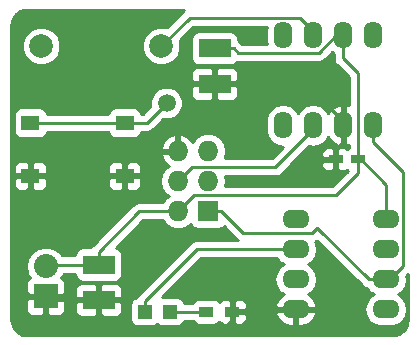
<source format=gbr>
G04 #@! TF.GenerationSoftware,KiCad,Pcbnew,(5.0.1)-4*
G04 #@! TF.CreationDate,2018-11-29T17:47:57-05:00*
G04 #@! TF.ProjectId,MagSpoofTC,4D616753706F6F6654432E6B69636164,1.0*
G04 #@! TF.SameCoordinates,Original*
G04 #@! TF.FileFunction,Copper,L1,Top,Signal*
G04 #@! TF.FilePolarity,Positive*
%FSLAX46Y46*%
G04 Gerber Fmt 4.6, Leading zero omitted, Abs format (unit mm)*
G04 Created by KiCad (PCBNEW (5.0.1)-4) date 11/29/2018 5:47:57 PM*
%MOMM*%
%LPD*%
G01*
G04 APERTURE LIST*
G04 #@! TA.AperFunction,ComponentPad*
%ADD10O,1.600000X2.300000*%
G04 #@! TD*
G04 #@! TA.AperFunction,SMDPad,CuDef*
%ADD11R,2.700000X1.600000*%
G04 #@! TD*
G04 #@! TA.AperFunction,ComponentPad*
%ADD12O,2.300000X1.600000*%
G04 #@! TD*
G04 #@! TA.AperFunction,ComponentPad*
%ADD13C,1.998980*%
G04 #@! TD*
G04 #@! TA.AperFunction,ComponentPad*
%ADD14R,2.032000X2.032000*%
G04 #@! TD*
G04 #@! TA.AperFunction,ComponentPad*
%ADD15O,2.032000X2.032000*%
G04 #@! TD*
G04 #@! TA.AperFunction,ComponentPad*
%ADD16R,1.727200X1.727200*%
G04 #@! TD*
G04 #@! TA.AperFunction,ComponentPad*
%ADD17O,1.727200X1.727200*%
G04 #@! TD*
G04 #@! TA.AperFunction,SMDPad,CuDef*
%ADD18R,1.549400X1.295400*%
G04 #@! TD*
G04 #@! TA.AperFunction,SMDPad,CuDef*
%ADD19R,1.198880X1.198880*%
G04 #@! TD*
G04 #@! TA.AperFunction,SMDPad,CuDef*
%ADD20R,1.200000X0.750000*%
G04 #@! TD*
G04 #@! TA.AperFunction,SMDPad,CuDef*
%ADD21R,1.200000X0.900000*%
G04 #@! TD*
G04 #@! TA.AperFunction,ViaPad*
%ADD22C,1.500000*%
G04 #@! TD*
G04 #@! TA.AperFunction,Conductor*
%ADD23C,0.280000*%
G04 #@! TD*
G04 #@! TA.AperFunction,Conductor*
%ADD24C,0.254000*%
G04 #@! TD*
G04 APERTURE END LIST*
D10*
G04 #@! TO.P,U1,1*
G04 #@! TO.N,Net-(U1-Pad1)*
X126700000Y-89500000D03*
G04 #@! TO.P,U1,2*
G04 #@! TO.N,/MOSI*
X129240000Y-89500000D03*
G04 #@! TO.P,U1,3*
G04 #@! TO.N,GND*
X131780000Y-89500000D03*
G04 #@! TO.P,U1,4*
G04 #@! TO.N,/MISO*
X134320000Y-89500000D03*
G04 #@! TO.P,U1,5*
G04 #@! TO.N,Net-(L1-Pad2)*
X134320000Y-81880000D03*
G04 #@! TO.P,U1,6*
G04 #@! TO.N,VCC*
X131780000Y-81880000D03*
G04 #@! TO.P,U1,7*
G04 #@! TO.N,Net-(L1-Pad1)*
X129240000Y-81880000D03*
G04 #@! TO.P,U1,8*
G04 #@! TO.N,Net-(U1-Pad8)*
X126700000Y-81880000D03*
G04 #@! TD*
D11*
G04 #@! TO.P,C1,1*
G04 #@! TO.N,VCC*
X111100000Y-101300000D03*
G04 #@! TO.P,C1,2*
G04 #@! TO.N,GND*
X111100000Y-104300000D03*
G04 #@! TD*
G04 #@! TO.P,C2,1*
G04 #@! TO.N,VCC*
X120900000Y-83000000D03*
G04 #@! TO.P,C2,2*
G04 #@! TO.N,GND*
X120900000Y-86000000D03*
G04 #@! TD*
D12*
G04 #@! TO.P,IC1,1*
G04 #@! TO.N,/RST*
X127780000Y-97470000D03*
G04 #@! TO.P,IC1,2*
G04 #@! TO.N,Net-(D1-Pad2)*
X127780000Y-100010000D03*
G04 #@! TO.P,IC1,3*
G04 #@! TO.N,Net-(IC1-Pad3)*
X127780000Y-102550000D03*
G04 #@! TO.P,IC1,4*
G04 #@! TO.N,GND*
X127780000Y-105090000D03*
G04 #@! TO.P,IC1,5*
G04 #@! TO.N,/MOSI*
X135400000Y-105090000D03*
G04 #@! TO.P,IC1,6*
G04 #@! TO.N,/MISO*
X135400000Y-102550000D03*
G04 #@! TO.P,IC1,7*
G04 #@! TO.N,/SCK*
X135400000Y-100010000D03*
G04 #@! TO.P,IC1,8*
G04 #@! TO.N,VCC*
X135400000Y-97470000D03*
G04 #@! TD*
D13*
G04 #@! TO.P,L1,1*
G04 #@! TO.N,Net-(L1-Pad1)*
X116380000Y-82800000D03*
G04 #@! TO.P,L1,2*
G04 #@! TO.N,Net-(L1-Pad2)*
X106220000Y-82800000D03*
G04 #@! TD*
D14*
G04 #@! TO.P,P1,1*
G04 #@! TO.N,GND*
X106600000Y-104000000D03*
D15*
G04 #@! TO.P,P1,2*
G04 #@! TO.N,VCC*
X106600000Y-101460000D03*
G04 #@! TD*
D16*
G04 #@! TO.P,P2,1*
G04 #@! TO.N,/MISO*
X120340000Y-96780000D03*
D17*
G04 #@! TO.P,P2,2*
G04 #@! TO.N,VCC*
X117800000Y-96780000D03*
G04 #@! TO.P,P2,3*
G04 #@! TO.N,/SCK*
X120340000Y-94240000D03*
G04 #@! TO.P,P2,4*
G04 #@! TO.N,/MOSI*
X117800000Y-94240000D03*
G04 #@! TO.P,P2,5*
G04 #@! TO.N,/RST*
X120340000Y-91700000D03*
G04 #@! TO.P,P2,6*
G04 #@! TO.N,GND*
X117800000Y-91700000D03*
G04 #@! TD*
D18*
G04 #@! TO.P,SW1,1*
G04 #@! TO.N,/SCK*
X105304080Y-89300000D03*
X113300000Y-89300000D03*
G04 #@! TO.P,SW1,2*
G04 #@! TO.N,GND*
X113300000Y-93795800D03*
X105304080Y-93795800D03*
G04 #@! TD*
D19*
G04 #@! TO.P,D1,2*
G04 #@! TO.N,Net-(D1-Pad2)*
X115001960Y-105300000D03*
G04 #@! TO.P,D1,1*
G04 #@! TO.N,Net-(D1-Pad1)*
X117100000Y-105300000D03*
G04 #@! TD*
D20*
G04 #@! TO.P,C3,1*
G04 #@! TO.N,VCC*
X133050000Y-92400000D03*
G04 #@! TO.P,C3,2*
G04 #@! TO.N,GND*
X131150000Y-92400000D03*
G04 #@! TD*
D21*
G04 #@! TO.P,R1,1*
G04 #@! TO.N,Net-(D1-Pad1)*
X120200000Y-105300000D03*
G04 #@! TO.P,R1,2*
G04 #@! TO.N,GND*
X122400000Y-105300000D03*
G04 #@! TD*
D22*
G04 #@! TO.N,/SCK*
X116840066Y-87630000D03*
G04 #@! TD*
D23*
G04 #@! TO.N,VCC*
X135400000Y-97470000D02*
X135400000Y-94525000D01*
X135400000Y-94525000D02*
X133275000Y-92400000D01*
X133275000Y-92400000D02*
X133050000Y-92400000D01*
X117800000Y-96780000D02*
X119136399Y-95443601D01*
X119136399Y-95443601D02*
X131156399Y-95443601D01*
X131156399Y-95443601D02*
X133050000Y-93550000D01*
X133050000Y-93550000D02*
X133050000Y-92400000D01*
X131780000Y-81880000D02*
X131780000Y-83842217D01*
X131780000Y-83842217D02*
X133050000Y-85112217D01*
X133050000Y-85112217D02*
X133050000Y-92400000D01*
X131780000Y-81880000D02*
X131202217Y-81880000D01*
X122530000Y-83000000D02*
X120900000Y-83000000D01*
X131202217Y-81880000D02*
X129712207Y-83370010D01*
X129712207Y-83370010D02*
X122900010Y-83370010D01*
X122900010Y-83370010D02*
X122530000Y-83000000D01*
X135750000Y-97470000D02*
X135400000Y-97470000D01*
X117800000Y-96780000D02*
X114540000Y-96780000D01*
X114540000Y-96780000D02*
X111100000Y-100220000D01*
X111100000Y-100220000D02*
X111100000Y-101300000D01*
X135400000Y-97470000D02*
X135050000Y-97470000D01*
X111100000Y-101300000D02*
X106760000Y-101300000D01*
X106760000Y-101300000D02*
X106600000Y-101460000D01*
G04 #@! TO.N,GND*
X131780000Y-89500000D02*
X131780000Y-90930000D01*
X131780000Y-90930000D02*
X131150000Y-91560000D01*
X131150000Y-91560000D02*
X131150000Y-92400000D01*
X122400000Y-105300000D02*
X122400000Y-106030000D01*
X122400000Y-106030000D02*
X121230000Y-107200000D01*
X121230000Y-107200000D02*
X112920000Y-107200000D01*
X112920000Y-107200000D02*
X111100000Y-105380000D01*
X111100000Y-105380000D02*
X111100000Y-104300000D01*
X120900000Y-86000000D02*
X128630000Y-86000000D01*
X128630000Y-86000000D02*
X131780000Y-89150000D01*
X131780000Y-89150000D02*
X131780000Y-89500000D01*
X104100000Y-95927580D02*
X104100000Y-102796000D01*
X104100000Y-102796000D02*
X105304000Y-104000000D01*
X105304000Y-104000000D02*
X106600000Y-104000000D01*
X105304080Y-93795800D02*
X105304080Y-94723500D01*
X105304080Y-94723500D02*
X104100000Y-95927580D01*
X105304080Y-93795800D02*
X113300000Y-93795800D01*
X122500000Y-105300000D02*
X122600000Y-105300000D01*
X120900000Y-86000000D02*
X120900000Y-87080000D01*
X120900000Y-87080000D02*
X117800000Y-90180000D01*
X117800000Y-90180000D02*
X117800000Y-91700000D01*
X113300000Y-93795800D02*
X113300000Y-92868100D01*
X113300000Y-92868100D02*
X114468100Y-91700000D01*
X114468100Y-91700000D02*
X116578686Y-91700000D01*
X116578686Y-91700000D02*
X117800000Y-91700000D01*
X111100000Y-104300000D02*
X106900000Y-104300000D01*
X106900000Y-104300000D02*
X106600000Y-104000000D01*
X127570000Y-105300000D02*
X127780000Y-105090000D01*
G04 #@! TO.N,Net-(D1-Pad1)*
X117100000Y-105300000D02*
X117979440Y-105300000D01*
X117979440Y-105300000D02*
X120200000Y-105300000D01*
G04 #@! TO.N,Net-(D1-Pad2)*
X127780000Y-100010000D02*
X119412520Y-100010000D01*
X119412520Y-100010000D02*
X115001960Y-104420560D01*
X115001960Y-104420560D02*
X115001960Y-105300000D01*
G04 #@! TO.N,/MOSI*
X129240000Y-89500000D02*
X129240000Y-89850000D01*
X129240000Y-89850000D02*
X126053601Y-93036399D01*
X119003601Y-93036399D02*
X118663599Y-93376401D01*
X126053601Y-93036399D02*
X119003601Y-93036399D01*
X118663599Y-93376401D02*
X117800000Y-94240000D01*
G04 #@! TO.N,/MISO*
X134320000Y-89500000D02*
X134320000Y-90930000D01*
X134320000Y-90930000D02*
X136890010Y-93500010D01*
X136890010Y-101409990D02*
X135750000Y-102550000D01*
X136890010Y-93500010D02*
X136890010Y-101409990D01*
X135750000Y-102550000D02*
X135400000Y-102550000D01*
X120340000Y-96780000D02*
X121483600Y-96780000D01*
X121483600Y-96780000D02*
X123313610Y-98610010D01*
X123313610Y-98610010D02*
X129189988Y-98610010D01*
X129189988Y-98610010D02*
X129609999Y-98189999D01*
X135400000Y-102550000D02*
X133970000Y-102550000D01*
X133970000Y-102550000D02*
X129609999Y-98189999D01*
G04 #@! TO.N,/SCK*
X105304080Y-89300000D02*
X106358780Y-89300000D01*
X106358780Y-89300000D02*
X113300000Y-89300000D01*
X113300000Y-89300000D02*
X115170066Y-89300000D01*
X116090067Y-88379999D02*
X116840066Y-87630000D01*
X115170066Y-89300000D02*
X116090067Y-88379999D01*
G04 #@! TO.N,Net-(L1-Pad1)*
X116380000Y-82800000D02*
X118790010Y-80389990D01*
X118790010Y-80389990D02*
X128099990Y-80389990D01*
X128099990Y-80389990D02*
X129240000Y-81530000D01*
X129240000Y-81530000D02*
X129240000Y-81880000D01*
G04 #@! TD*
D24*
G04 #@! TO.N,GND*
G36*
X118348004Y-79753244D02*
X118231266Y-79831246D01*
X118188029Y-79895955D01*
X116855985Y-81228000D01*
X116705120Y-81165510D01*
X116054880Y-81165510D01*
X115454136Y-81414346D01*
X114994346Y-81874136D01*
X114745510Y-82474880D01*
X114745510Y-83125120D01*
X114994346Y-83725864D01*
X115454136Y-84185654D01*
X116054880Y-84434490D01*
X116705120Y-84434490D01*
X117305864Y-84185654D01*
X117765654Y-83725864D01*
X118014490Y-83125120D01*
X118014490Y-82474880D01*
X117952000Y-82324015D01*
X119111026Y-81164990D01*
X125309492Y-81164990D01*
X125265000Y-81388668D01*
X125265000Y-82371333D01*
X125309492Y-82595010D01*
X123221025Y-82595010D01*
X123131983Y-82505968D01*
X123088744Y-82441256D01*
X122897440Y-82313431D01*
X122897440Y-82200000D01*
X122848157Y-81952235D01*
X122707809Y-81742191D01*
X122497765Y-81601843D01*
X122250000Y-81552560D01*
X119550000Y-81552560D01*
X119302235Y-81601843D01*
X119092191Y-81742191D01*
X118951843Y-81952235D01*
X118902560Y-82200000D01*
X118902560Y-83800000D01*
X118951843Y-84047765D01*
X119092191Y-84257809D01*
X119302235Y-84398157D01*
X119550000Y-84447440D01*
X122250000Y-84447440D01*
X122497765Y-84398157D01*
X122707809Y-84257809D01*
X122787931Y-84137899D01*
X122823680Y-84145010D01*
X122900009Y-84160193D01*
X122976338Y-84145010D01*
X129635877Y-84145010D01*
X129712207Y-84160193D01*
X129788537Y-84145010D01*
X130014597Y-84100044D01*
X130270951Y-83928754D01*
X130314190Y-83864042D01*
X130846271Y-83331961D01*
X131005001Y-83438021D01*
X131005001Y-83765882D01*
X130989817Y-83842217D01*
X131049966Y-84144606D01*
X131125606Y-84257809D01*
X131221257Y-84400961D01*
X131285966Y-84444198D01*
X132275000Y-85433233D01*
X132275000Y-87810213D01*
X132211819Y-87775633D01*
X132129039Y-87758096D01*
X131907000Y-87880085D01*
X131907000Y-89373000D01*
X131927000Y-89373000D01*
X131927000Y-89627000D01*
X131907000Y-89627000D01*
X131907000Y-91119915D01*
X132129039Y-91241904D01*
X132211819Y-91224367D01*
X132275001Y-91189787D01*
X132275001Y-91412369D01*
X132202235Y-91426843D01*
X132110898Y-91487873D01*
X132109698Y-91486673D01*
X131876309Y-91390000D01*
X131435750Y-91390000D01*
X131277000Y-91548750D01*
X131277000Y-92273000D01*
X131297000Y-92273000D01*
X131297000Y-92527000D01*
X131277000Y-92527000D01*
X131277000Y-93251250D01*
X131435750Y-93410000D01*
X131876309Y-93410000D01*
X132109698Y-93313327D01*
X132110898Y-93312127D01*
X132159429Y-93344555D01*
X130835384Y-94668601D01*
X121782705Y-94668601D01*
X121867959Y-94240000D01*
X121782705Y-93811399D01*
X125977271Y-93811399D01*
X126053601Y-93826582D01*
X126129931Y-93811399D01*
X126355991Y-93766433D01*
X126612345Y-93595143D01*
X126655584Y-93530431D01*
X127500265Y-92685750D01*
X129915000Y-92685750D01*
X129915000Y-92901310D01*
X130011673Y-93134699D01*
X130190302Y-93313327D01*
X130423691Y-93410000D01*
X130864250Y-93410000D01*
X131023000Y-93251250D01*
X131023000Y-92527000D01*
X130073750Y-92527000D01*
X129915000Y-92685750D01*
X127500265Y-92685750D01*
X128287325Y-91898690D01*
X129915000Y-91898690D01*
X129915000Y-92114250D01*
X130073750Y-92273000D01*
X131023000Y-92273000D01*
X131023000Y-91548750D01*
X130864250Y-91390000D01*
X130423691Y-91390000D01*
X130190302Y-91486673D01*
X130011673Y-91665301D01*
X129915000Y-91898690D01*
X128287325Y-91898690D01*
X128933808Y-91252207D01*
X129240000Y-91313113D01*
X129799909Y-91201740D01*
X130274577Y-90884577D01*
X130512499Y-90528501D01*
X130855104Y-90954500D01*
X131348181Y-91224367D01*
X131430961Y-91241904D01*
X131653000Y-91119915D01*
X131653000Y-89627000D01*
X131633000Y-89627000D01*
X131633000Y-89373000D01*
X131653000Y-89373000D01*
X131653000Y-87880085D01*
X131430961Y-87758096D01*
X131348181Y-87775633D01*
X130855104Y-88045500D01*
X130512499Y-88471499D01*
X130274576Y-88115423D01*
X129799908Y-87798260D01*
X129240000Y-87686887D01*
X128680091Y-87798260D01*
X128205423Y-88115424D01*
X127970000Y-88467759D01*
X127734576Y-88115423D01*
X127259908Y-87798260D01*
X126700000Y-87686887D01*
X126140091Y-87798260D01*
X125665423Y-88115424D01*
X125348260Y-88590092D01*
X125265000Y-89008668D01*
X125265000Y-89991333D01*
X125348260Y-90409909D01*
X125665424Y-90884577D01*
X126140092Y-91201740D01*
X126684045Y-91309939D01*
X125732586Y-92261399D01*
X121756290Y-92261399D01*
X121867959Y-91700000D01*
X121751650Y-91115275D01*
X121420430Y-90619570D01*
X120924725Y-90288350D01*
X120487598Y-90201400D01*
X120192402Y-90201400D01*
X119755275Y-90288350D01*
X119259570Y-90619570D01*
X119066963Y-90907826D01*
X118688490Y-90493179D01*
X118159027Y-90245032D01*
X117927000Y-90365531D01*
X117927000Y-91573000D01*
X117947000Y-91573000D01*
X117947000Y-91827000D01*
X117927000Y-91827000D01*
X117927000Y-91847000D01*
X117673000Y-91847000D01*
X117673000Y-91827000D01*
X116466183Y-91827000D01*
X116345042Y-92059026D01*
X116517312Y-92474947D01*
X116911510Y-92906821D01*
X117021021Y-92958146D01*
X116719570Y-93159570D01*
X116388350Y-93655275D01*
X116272041Y-94240000D01*
X116388350Y-94824725D01*
X116719570Y-95320430D01*
X117003281Y-95510000D01*
X116719570Y-95699570D01*
X116515488Y-96005000D01*
X114616330Y-96005000D01*
X114540000Y-95989817D01*
X114463670Y-96005000D01*
X114237610Y-96049966D01*
X113981256Y-96221256D01*
X113938019Y-96285965D01*
X110605968Y-99618017D01*
X110541256Y-99661256D01*
X110413431Y-99852560D01*
X109750000Y-99852560D01*
X109502235Y-99901843D01*
X109292191Y-100042191D01*
X109151843Y-100252235D01*
X109102560Y-100500000D01*
X109102560Y-100525000D01*
X107960894Y-100525000D01*
X107790305Y-100269695D01*
X107244188Y-99904792D01*
X106762609Y-99809000D01*
X106437391Y-99809000D01*
X105955812Y-99904792D01*
X105409695Y-100269695D01*
X105044792Y-100815812D01*
X104916655Y-101460000D01*
X105044792Y-102104188D01*
X105262416Y-102429886D01*
X105224302Y-102445673D01*
X105045673Y-102624301D01*
X104949000Y-102857690D01*
X104949000Y-103714250D01*
X105107750Y-103873000D01*
X106473000Y-103873000D01*
X106473000Y-103853000D01*
X106727000Y-103853000D01*
X106727000Y-103873000D01*
X108092250Y-103873000D01*
X108251000Y-103714250D01*
X108251000Y-103373691D01*
X109115000Y-103373691D01*
X109115000Y-104014250D01*
X109273750Y-104173000D01*
X110973000Y-104173000D01*
X110973000Y-103023750D01*
X111227000Y-103023750D01*
X111227000Y-104173000D01*
X112926250Y-104173000D01*
X113085000Y-104014250D01*
X113085000Y-103373691D01*
X112988327Y-103140302D01*
X112809699Y-102961673D01*
X112576310Y-102865000D01*
X111385750Y-102865000D01*
X111227000Y-103023750D01*
X110973000Y-103023750D01*
X110814250Y-102865000D01*
X109623690Y-102865000D01*
X109390301Y-102961673D01*
X109211673Y-103140302D01*
X109115000Y-103373691D01*
X108251000Y-103373691D01*
X108251000Y-102857690D01*
X108154327Y-102624301D01*
X107975698Y-102445673D01*
X107937584Y-102429886D01*
X108155208Y-102104188D01*
X108161014Y-102075000D01*
X109102560Y-102075000D01*
X109102560Y-102100000D01*
X109151843Y-102347765D01*
X109292191Y-102557809D01*
X109502235Y-102698157D01*
X109750000Y-102747440D01*
X112450000Y-102747440D01*
X112697765Y-102698157D01*
X112907809Y-102557809D01*
X113048157Y-102347765D01*
X113097440Y-102100000D01*
X113097440Y-100500000D01*
X113048157Y-100252235D01*
X112907809Y-100042191D01*
X112697765Y-99901843D01*
X112544632Y-99871383D01*
X114861016Y-97555000D01*
X116515488Y-97555000D01*
X116719570Y-97860430D01*
X117215275Y-98191650D01*
X117652402Y-98278600D01*
X117947598Y-98278600D01*
X118384725Y-98191650D01*
X118873068Y-97865349D01*
X118878243Y-97891365D01*
X119018591Y-98101409D01*
X119228635Y-98241757D01*
X119476400Y-98291040D01*
X121203600Y-98291040D01*
X121451365Y-98241757D01*
X121661409Y-98101409D01*
X121680469Y-98072884D01*
X122711629Y-99104045D01*
X122754866Y-99168754D01*
X122819575Y-99211991D01*
X122854010Y-99235000D01*
X119488850Y-99235000D01*
X119412520Y-99219817D01*
X119336190Y-99235000D01*
X119110130Y-99279966D01*
X118853776Y-99451256D01*
X118810539Y-99515965D01*
X114507928Y-103818577D01*
X114443216Y-103861816D01*
X114313853Y-104055423D01*
X114302037Y-104073107D01*
X114154755Y-104102403D01*
X113944711Y-104242751D01*
X113804363Y-104452795D01*
X113755080Y-104700560D01*
X113755080Y-105899440D01*
X113804363Y-106147205D01*
X113944711Y-106357249D01*
X114154755Y-106497597D01*
X114402520Y-106546880D01*
X115601400Y-106546880D01*
X115849165Y-106497597D01*
X116050980Y-106362747D01*
X116252795Y-106497597D01*
X116500560Y-106546880D01*
X117699440Y-106546880D01*
X117947205Y-106497597D01*
X118157249Y-106357249D01*
X118297597Y-106147205D01*
X118311959Y-106075000D01*
X119053450Y-106075000D01*
X119142191Y-106207809D01*
X119352235Y-106348157D01*
X119600000Y-106397440D01*
X120800000Y-106397440D01*
X121047765Y-106348157D01*
X121257809Y-106207809D01*
X121298654Y-106146680D01*
X121440302Y-106288327D01*
X121673691Y-106385000D01*
X122114250Y-106385000D01*
X122273000Y-106226250D01*
X122273000Y-105427000D01*
X122527000Y-105427000D01*
X122527000Y-106226250D01*
X122685750Y-106385000D01*
X123126309Y-106385000D01*
X123359698Y-106288327D01*
X123538327Y-106109699D01*
X123635000Y-105876310D01*
X123635000Y-105585750D01*
X123488289Y-105439039D01*
X126038096Y-105439039D01*
X126055633Y-105521819D01*
X126325500Y-106014896D01*
X126763517Y-106367166D01*
X127303000Y-106525000D01*
X127653000Y-106525000D01*
X127653000Y-105217000D01*
X127907000Y-105217000D01*
X127907000Y-106525000D01*
X128257000Y-106525000D01*
X128796483Y-106367166D01*
X129234500Y-106014896D01*
X129504367Y-105521819D01*
X129521904Y-105439039D01*
X129399915Y-105217000D01*
X127907000Y-105217000D01*
X127653000Y-105217000D01*
X126160085Y-105217000D01*
X126038096Y-105439039D01*
X123488289Y-105439039D01*
X123476250Y-105427000D01*
X122527000Y-105427000D01*
X122273000Y-105427000D01*
X122253000Y-105427000D01*
X122253000Y-105173000D01*
X122273000Y-105173000D01*
X122273000Y-104373750D01*
X122527000Y-104373750D01*
X122527000Y-105173000D01*
X123476250Y-105173000D01*
X123635000Y-105014250D01*
X123635000Y-104723690D01*
X123538327Y-104490301D01*
X123359698Y-104311673D01*
X123126309Y-104215000D01*
X122685750Y-104215000D01*
X122527000Y-104373750D01*
X122273000Y-104373750D01*
X122114250Y-104215000D01*
X121673691Y-104215000D01*
X121440302Y-104311673D01*
X121298654Y-104453320D01*
X121257809Y-104392191D01*
X121047765Y-104251843D01*
X120800000Y-104202560D01*
X119600000Y-104202560D01*
X119352235Y-104251843D01*
X119142191Y-104392191D01*
X119053450Y-104525000D01*
X118311959Y-104525000D01*
X118297597Y-104452795D01*
X118157249Y-104242751D01*
X117947205Y-104102403D01*
X117699440Y-104053120D01*
X116500560Y-104053120D01*
X116456689Y-104061846D01*
X119733536Y-100785000D01*
X126221979Y-100785000D01*
X126395423Y-101044577D01*
X126747758Y-101280000D01*
X126395423Y-101515423D01*
X126078260Y-101990091D01*
X125966887Y-102550000D01*
X126078260Y-103109909D01*
X126395423Y-103584577D01*
X126751499Y-103822499D01*
X126325500Y-104165104D01*
X126055633Y-104658181D01*
X126038096Y-104740961D01*
X126160085Y-104963000D01*
X127653000Y-104963000D01*
X127653000Y-104943000D01*
X127907000Y-104943000D01*
X127907000Y-104963000D01*
X129399915Y-104963000D01*
X129521904Y-104740961D01*
X129504367Y-104658181D01*
X129234500Y-104165104D01*
X128808501Y-103822499D01*
X129164577Y-103584577D01*
X129481740Y-103109909D01*
X129593113Y-102550000D01*
X129481740Y-101990091D01*
X129164577Y-101515423D01*
X128812242Y-101280000D01*
X129164577Y-101044577D01*
X129481740Y-100569909D01*
X129593113Y-100010000D01*
X129481740Y-99450091D01*
X129418083Y-99354822D01*
X129492378Y-99340044D01*
X129595275Y-99271290D01*
X133368017Y-103044032D01*
X133411256Y-103108744D01*
X133667610Y-103280034D01*
X133834056Y-103313142D01*
X134015423Y-103584577D01*
X134367758Y-103820000D01*
X134015423Y-104055423D01*
X133698260Y-104530091D01*
X133586887Y-105090000D01*
X133698260Y-105649909D01*
X134015423Y-106124577D01*
X134490091Y-106441740D01*
X134908667Y-106525000D01*
X135891333Y-106525000D01*
X136309909Y-106441740D01*
X136784577Y-106124577D01*
X137101740Y-105649909D01*
X137213113Y-105090000D01*
X137101740Y-104530091D01*
X136784577Y-104055423D01*
X136432242Y-103820000D01*
X136784577Y-103584577D01*
X137101740Y-103109909D01*
X137213113Y-102550000D01*
X137152208Y-102243808D01*
X137274481Y-102121535D01*
X137289798Y-105950829D01*
X137231197Y-106360027D01*
X137080661Y-106691112D01*
X136843251Y-106966639D01*
X136538056Y-107164456D01*
X136166083Y-107275700D01*
X135973652Y-107290000D01*
X105050580Y-107290000D01*
X104639973Y-107231197D01*
X104308888Y-107080661D01*
X104033361Y-106843251D01*
X103835544Y-106538056D01*
X103724300Y-106166083D01*
X103710000Y-105973652D01*
X103710000Y-104285750D01*
X104949000Y-104285750D01*
X104949000Y-105142310D01*
X105045673Y-105375699D01*
X105224302Y-105554327D01*
X105457691Y-105651000D01*
X106314250Y-105651000D01*
X106473000Y-105492250D01*
X106473000Y-104127000D01*
X106727000Y-104127000D01*
X106727000Y-105492250D01*
X106885750Y-105651000D01*
X107742309Y-105651000D01*
X107975698Y-105554327D01*
X108154327Y-105375699D01*
X108251000Y-105142310D01*
X108251000Y-104585750D01*
X109115000Y-104585750D01*
X109115000Y-105226309D01*
X109211673Y-105459698D01*
X109390301Y-105638327D01*
X109623690Y-105735000D01*
X110814250Y-105735000D01*
X110973000Y-105576250D01*
X110973000Y-104427000D01*
X111227000Y-104427000D01*
X111227000Y-105576250D01*
X111385750Y-105735000D01*
X112576310Y-105735000D01*
X112809699Y-105638327D01*
X112988327Y-105459698D01*
X113085000Y-105226309D01*
X113085000Y-104585750D01*
X112926250Y-104427000D01*
X111227000Y-104427000D01*
X110973000Y-104427000D01*
X109273750Y-104427000D01*
X109115000Y-104585750D01*
X108251000Y-104585750D01*
X108251000Y-104285750D01*
X108092250Y-104127000D01*
X106727000Y-104127000D01*
X106473000Y-104127000D01*
X105107750Y-104127000D01*
X104949000Y-104285750D01*
X103710000Y-104285750D01*
X103710000Y-94081550D01*
X103894380Y-94081550D01*
X103894380Y-94569810D01*
X103991053Y-94803199D01*
X104169682Y-94981827D01*
X104403071Y-95078500D01*
X105018330Y-95078500D01*
X105177080Y-94919750D01*
X105177080Y-93922800D01*
X105431080Y-93922800D01*
X105431080Y-94919750D01*
X105589830Y-95078500D01*
X106205089Y-95078500D01*
X106438478Y-94981827D01*
X106617107Y-94803199D01*
X106713780Y-94569810D01*
X106713780Y-94081550D01*
X111890300Y-94081550D01*
X111890300Y-94569810D01*
X111986973Y-94803199D01*
X112165602Y-94981827D01*
X112398991Y-95078500D01*
X113014250Y-95078500D01*
X113173000Y-94919750D01*
X113173000Y-93922800D01*
X113427000Y-93922800D01*
X113427000Y-94919750D01*
X113585750Y-95078500D01*
X114201009Y-95078500D01*
X114434398Y-94981827D01*
X114613027Y-94803199D01*
X114709700Y-94569810D01*
X114709700Y-94081550D01*
X114550950Y-93922800D01*
X113427000Y-93922800D01*
X113173000Y-93922800D01*
X112049050Y-93922800D01*
X111890300Y-94081550D01*
X106713780Y-94081550D01*
X106555030Y-93922800D01*
X105431080Y-93922800D01*
X105177080Y-93922800D01*
X104053130Y-93922800D01*
X103894380Y-94081550D01*
X103710000Y-94081550D01*
X103710000Y-93021790D01*
X103894380Y-93021790D01*
X103894380Y-93510050D01*
X104053130Y-93668800D01*
X105177080Y-93668800D01*
X105177080Y-92671850D01*
X105431080Y-92671850D01*
X105431080Y-93668800D01*
X106555030Y-93668800D01*
X106713780Y-93510050D01*
X106713780Y-93021790D01*
X111890300Y-93021790D01*
X111890300Y-93510050D01*
X112049050Y-93668800D01*
X113173000Y-93668800D01*
X113173000Y-92671850D01*
X113427000Y-92671850D01*
X113427000Y-93668800D01*
X114550950Y-93668800D01*
X114709700Y-93510050D01*
X114709700Y-93021790D01*
X114613027Y-92788401D01*
X114434398Y-92609773D01*
X114201009Y-92513100D01*
X113585750Y-92513100D01*
X113427000Y-92671850D01*
X113173000Y-92671850D01*
X113014250Y-92513100D01*
X112398991Y-92513100D01*
X112165602Y-92609773D01*
X111986973Y-92788401D01*
X111890300Y-93021790D01*
X106713780Y-93021790D01*
X106617107Y-92788401D01*
X106438478Y-92609773D01*
X106205089Y-92513100D01*
X105589830Y-92513100D01*
X105431080Y-92671850D01*
X105177080Y-92671850D01*
X105018330Y-92513100D01*
X104403071Y-92513100D01*
X104169682Y-92609773D01*
X103991053Y-92788401D01*
X103894380Y-93021790D01*
X103710000Y-93021790D01*
X103710000Y-91340974D01*
X116345042Y-91340974D01*
X116466183Y-91573000D01*
X117673000Y-91573000D01*
X117673000Y-90365531D01*
X117440973Y-90245032D01*
X116911510Y-90493179D01*
X116517312Y-90925053D01*
X116345042Y-91340974D01*
X103710000Y-91340974D01*
X103710000Y-88652300D01*
X103881940Y-88652300D01*
X103881940Y-89947700D01*
X103931223Y-90195465D01*
X104071571Y-90405509D01*
X104281615Y-90545857D01*
X104529380Y-90595140D01*
X106078780Y-90595140D01*
X106326545Y-90545857D01*
X106536589Y-90405509D01*
X106676937Y-90195465D01*
X106700899Y-90075000D01*
X111903181Y-90075000D01*
X111927143Y-90195465D01*
X112067491Y-90405509D01*
X112277535Y-90545857D01*
X112525300Y-90595140D01*
X114074700Y-90595140D01*
X114322465Y-90545857D01*
X114532509Y-90405509D01*
X114672857Y-90195465D01*
X114696819Y-90075000D01*
X115093736Y-90075000D01*
X115170066Y-90090183D01*
X115246396Y-90075000D01*
X115472456Y-90030034D01*
X115728810Y-89858744D01*
X115772049Y-89794032D01*
X116555033Y-89011049D01*
X116564572Y-89015000D01*
X117115560Y-89015000D01*
X117624606Y-88804147D01*
X118014213Y-88414540D01*
X118225066Y-87905494D01*
X118225066Y-87354506D01*
X118014213Y-86845460D01*
X117624606Y-86455853D01*
X117213940Y-86285750D01*
X118915000Y-86285750D01*
X118915000Y-86926309D01*
X119011673Y-87159698D01*
X119190301Y-87338327D01*
X119423690Y-87435000D01*
X120614250Y-87435000D01*
X120773000Y-87276250D01*
X120773000Y-86127000D01*
X121027000Y-86127000D01*
X121027000Y-87276250D01*
X121185750Y-87435000D01*
X122376310Y-87435000D01*
X122609699Y-87338327D01*
X122788327Y-87159698D01*
X122885000Y-86926309D01*
X122885000Y-86285750D01*
X122726250Y-86127000D01*
X121027000Y-86127000D01*
X120773000Y-86127000D01*
X119073750Y-86127000D01*
X118915000Y-86285750D01*
X117213940Y-86285750D01*
X117115560Y-86245000D01*
X116564572Y-86245000D01*
X116055526Y-86455853D01*
X115665919Y-86845460D01*
X115455066Y-87354506D01*
X115455066Y-87905494D01*
X115459017Y-87915033D01*
X114849051Y-88525000D01*
X114696819Y-88525000D01*
X114672857Y-88404535D01*
X114532509Y-88194491D01*
X114322465Y-88054143D01*
X114074700Y-88004860D01*
X112525300Y-88004860D01*
X112277535Y-88054143D01*
X112067491Y-88194491D01*
X111927143Y-88404535D01*
X111903181Y-88525000D01*
X106700899Y-88525000D01*
X106676937Y-88404535D01*
X106536589Y-88194491D01*
X106326545Y-88054143D01*
X106078780Y-88004860D01*
X104529380Y-88004860D01*
X104281615Y-88054143D01*
X104071571Y-88194491D01*
X103931223Y-88404535D01*
X103881940Y-88652300D01*
X103710000Y-88652300D01*
X103710000Y-85073691D01*
X118915000Y-85073691D01*
X118915000Y-85714250D01*
X119073750Y-85873000D01*
X120773000Y-85873000D01*
X120773000Y-84723750D01*
X121027000Y-84723750D01*
X121027000Y-85873000D01*
X122726250Y-85873000D01*
X122885000Y-85714250D01*
X122885000Y-85073691D01*
X122788327Y-84840302D01*
X122609699Y-84661673D01*
X122376310Y-84565000D01*
X121185750Y-84565000D01*
X121027000Y-84723750D01*
X120773000Y-84723750D01*
X120614250Y-84565000D01*
X119423690Y-84565000D01*
X119190301Y-84661673D01*
X119011673Y-84840302D01*
X118915000Y-85073691D01*
X103710000Y-85073691D01*
X103710000Y-82474880D01*
X104585510Y-82474880D01*
X104585510Y-83125120D01*
X104834346Y-83725864D01*
X105294136Y-84185654D01*
X105894880Y-84434490D01*
X106545120Y-84434490D01*
X107145864Y-84185654D01*
X107605654Y-83725864D01*
X107854490Y-83125120D01*
X107854490Y-82474880D01*
X107605654Y-81874136D01*
X107145864Y-81414346D01*
X106545120Y-81165510D01*
X105894880Y-81165510D01*
X105294136Y-81414346D01*
X104834346Y-81874136D01*
X104585510Y-82474880D01*
X103710000Y-82474880D01*
X103710000Y-81132788D01*
X103749932Y-80701324D01*
X103884006Y-80362476D01*
X104107794Y-80074880D01*
X104403307Y-79861652D01*
X104769521Y-79731879D01*
X104945371Y-79710149D01*
X118348004Y-79753244D01*
X118348004Y-79753244D01*
G37*
X118348004Y-79753244D02*
X118231266Y-79831246D01*
X118188029Y-79895955D01*
X116855985Y-81228000D01*
X116705120Y-81165510D01*
X116054880Y-81165510D01*
X115454136Y-81414346D01*
X114994346Y-81874136D01*
X114745510Y-82474880D01*
X114745510Y-83125120D01*
X114994346Y-83725864D01*
X115454136Y-84185654D01*
X116054880Y-84434490D01*
X116705120Y-84434490D01*
X117305864Y-84185654D01*
X117765654Y-83725864D01*
X118014490Y-83125120D01*
X118014490Y-82474880D01*
X117952000Y-82324015D01*
X119111026Y-81164990D01*
X125309492Y-81164990D01*
X125265000Y-81388668D01*
X125265000Y-82371333D01*
X125309492Y-82595010D01*
X123221025Y-82595010D01*
X123131983Y-82505968D01*
X123088744Y-82441256D01*
X122897440Y-82313431D01*
X122897440Y-82200000D01*
X122848157Y-81952235D01*
X122707809Y-81742191D01*
X122497765Y-81601843D01*
X122250000Y-81552560D01*
X119550000Y-81552560D01*
X119302235Y-81601843D01*
X119092191Y-81742191D01*
X118951843Y-81952235D01*
X118902560Y-82200000D01*
X118902560Y-83800000D01*
X118951843Y-84047765D01*
X119092191Y-84257809D01*
X119302235Y-84398157D01*
X119550000Y-84447440D01*
X122250000Y-84447440D01*
X122497765Y-84398157D01*
X122707809Y-84257809D01*
X122787931Y-84137899D01*
X122823680Y-84145010D01*
X122900009Y-84160193D01*
X122976338Y-84145010D01*
X129635877Y-84145010D01*
X129712207Y-84160193D01*
X129788537Y-84145010D01*
X130014597Y-84100044D01*
X130270951Y-83928754D01*
X130314190Y-83864042D01*
X130846271Y-83331961D01*
X131005001Y-83438021D01*
X131005001Y-83765882D01*
X130989817Y-83842217D01*
X131049966Y-84144606D01*
X131125606Y-84257809D01*
X131221257Y-84400961D01*
X131285966Y-84444198D01*
X132275000Y-85433233D01*
X132275000Y-87810213D01*
X132211819Y-87775633D01*
X132129039Y-87758096D01*
X131907000Y-87880085D01*
X131907000Y-89373000D01*
X131927000Y-89373000D01*
X131927000Y-89627000D01*
X131907000Y-89627000D01*
X131907000Y-91119915D01*
X132129039Y-91241904D01*
X132211819Y-91224367D01*
X132275001Y-91189787D01*
X132275001Y-91412369D01*
X132202235Y-91426843D01*
X132110898Y-91487873D01*
X132109698Y-91486673D01*
X131876309Y-91390000D01*
X131435750Y-91390000D01*
X131277000Y-91548750D01*
X131277000Y-92273000D01*
X131297000Y-92273000D01*
X131297000Y-92527000D01*
X131277000Y-92527000D01*
X131277000Y-93251250D01*
X131435750Y-93410000D01*
X131876309Y-93410000D01*
X132109698Y-93313327D01*
X132110898Y-93312127D01*
X132159429Y-93344555D01*
X130835384Y-94668601D01*
X121782705Y-94668601D01*
X121867959Y-94240000D01*
X121782705Y-93811399D01*
X125977271Y-93811399D01*
X126053601Y-93826582D01*
X126129931Y-93811399D01*
X126355991Y-93766433D01*
X126612345Y-93595143D01*
X126655584Y-93530431D01*
X127500265Y-92685750D01*
X129915000Y-92685750D01*
X129915000Y-92901310D01*
X130011673Y-93134699D01*
X130190302Y-93313327D01*
X130423691Y-93410000D01*
X130864250Y-93410000D01*
X131023000Y-93251250D01*
X131023000Y-92527000D01*
X130073750Y-92527000D01*
X129915000Y-92685750D01*
X127500265Y-92685750D01*
X128287325Y-91898690D01*
X129915000Y-91898690D01*
X129915000Y-92114250D01*
X130073750Y-92273000D01*
X131023000Y-92273000D01*
X131023000Y-91548750D01*
X130864250Y-91390000D01*
X130423691Y-91390000D01*
X130190302Y-91486673D01*
X130011673Y-91665301D01*
X129915000Y-91898690D01*
X128287325Y-91898690D01*
X128933808Y-91252207D01*
X129240000Y-91313113D01*
X129799909Y-91201740D01*
X130274577Y-90884577D01*
X130512499Y-90528501D01*
X130855104Y-90954500D01*
X131348181Y-91224367D01*
X131430961Y-91241904D01*
X131653000Y-91119915D01*
X131653000Y-89627000D01*
X131633000Y-89627000D01*
X131633000Y-89373000D01*
X131653000Y-89373000D01*
X131653000Y-87880085D01*
X131430961Y-87758096D01*
X131348181Y-87775633D01*
X130855104Y-88045500D01*
X130512499Y-88471499D01*
X130274576Y-88115423D01*
X129799908Y-87798260D01*
X129240000Y-87686887D01*
X128680091Y-87798260D01*
X128205423Y-88115424D01*
X127970000Y-88467759D01*
X127734576Y-88115423D01*
X127259908Y-87798260D01*
X126700000Y-87686887D01*
X126140091Y-87798260D01*
X125665423Y-88115424D01*
X125348260Y-88590092D01*
X125265000Y-89008668D01*
X125265000Y-89991333D01*
X125348260Y-90409909D01*
X125665424Y-90884577D01*
X126140092Y-91201740D01*
X126684045Y-91309939D01*
X125732586Y-92261399D01*
X121756290Y-92261399D01*
X121867959Y-91700000D01*
X121751650Y-91115275D01*
X121420430Y-90619570D01*
X120924725Y-90288350D01*
X120487598Y-90201400D01*
X120192402Y-90201400D01*
X119755275Y-90288350D01*
X119259570Y-90619570D01*
X119066963Y-90907826D01*
X118688490Y-90493179D01*
X118159027Y-90245032D01*
X117927000Y-90365531D01*
X117927000Y-91573000D01*
X117947000Y-91573000D01*
X117947000Y-91827000D01*
X117927000Y-91827000D01*
X117927000Y-91847000D01*
X117673000Y-91847000D01*
X117673000Y-91827000D01*
X116466183Y-91827000D01*
X116345042Y-92059026D01*
X116517312Y-92474947D01*
X116911510Y-92906821D01*
X117021021Y-92958146D01*
X116719570Y-93159570D01*
X116388350Y-93655275D01*
X116272041Y-94240000D01*
X116388350Y-94824725D01*
X116719570Y-95320430D01*
X117003281Y-95510000D01*
X116719570Y-95699570D01*
X116515488Y-96005000D01*
X114616330Y-96005000D01*
X114540000Y-95989817D01*
X114463670Y-96005000D01*
X114237610Y-96049966D01*
X113981256Y-96221256D01*
X113938019Y-96285965D01*
X110605968Y-99618017D01*
X110541256Y-99661256D01*
X110413431Y-99852560D01*
X109750000Y-99852560D01*
X109502235Y-99901843D01*
X109292191Y-100042191D01*
X109151843Y-100252235D01*
X109102560Y-100500000D01*
X109102560Y-100525000D01*
X107960894Y-100525000D01*
X107790305Y-100269695D01*
X107244188Y-99904792D01*
X106762609Y-99809000D01*
X106437391Y-99809000D01*
X105955812Y-99904792D01*
X105409695Y-100269695D01*
X105044792Y-100815812D01*
X104916655Y-101460000D01*
X105044792Y-102104188D01*
X105262416Y-102429886D01*
X105224302Y-102445673D01*
X105045673Y-102624301D01*
X104949000Y-102857690D01*
X104949000Y-103714250D01*
X105107750Y-103873000D01*
X106473000Y-103873000D01*
X106473000Y-103853000D01*
X106727000Y-103853000D01*
X106727000Y-103873000D01*
X108092250Y-103873000D01*
X108251000Y-103714250D01*
X108251000Y-103373691D01*
X109115000Y-103373691D01*
X109115000Y-104014250D01*
X109273750Y-104173000D01*
X110973000Y-104173000D01*
X110973000Y-103023750D01*
X111227000Y-103023750D01*
X111227000Y-104173000D01*
X112926250Y-104173000D01*
X113085000Y-104014250D01*
X113085000Y-103373691D01*
X112988327Y-103140302D01*
X112809699Y-102961673D01*
X112576310Y-102865000D01*
X111385750Y-102865000D01*
X111227000Y-103023750D01*
X110973000Y-103023750D01*
X110814250Y-102865000D01*
X109623690Y-102865000D01*
X109390301Y-102961673D01*
X109211673Y-103140302D01*
X109115000Y-103373691D01*
X108251000Y-103373691D01*
X108251000Y-102857690D01*
X108154327Y-102624301D01*
X107975698Y-102445673D01*
X107937584Y-102429886D01*
X108155208Y-102104188D01*
X108161014Y-102075000D01*
X109102560Y-102075000D01*
X109102560Y-102100000D01*
X109151843Y-102347765D01*
X109292191Y-102557809D01*
X109502235Y-102698157D01*
X109750000Y-102747440D01*
X112450000Y-102747440D01*
X112697765Y-102698157D01*
X112907809Y-102557809D01*
X113048157Y-102347765D01*
X113097440Y-102100000D01*
X113097440Y-100500000D01*
X113048157Y-100252235D01*
X112907809Y-100042191D01*
X112697765Y-99901843D01*
X112544632Y-99871383D01*
X114861016Y-97555000D01*
X116515488Y-97555000D01*
X116719570Y-97860430D01*
X117215275Y-98191650D01*
X117652402Y-98278600D01*
X117947598Y-98278600D01*
X118384725Y-98191650D01*
X118873068Y-97865349D01*
X118878243Y-97891365D01*
X119018591Y-98101409D01*
X119228635Y-98241757D01*
X119476400Y-98291040D01*
X121203600Y-98291040D01*
X121451365Y-98241757D01*
X121661409Y-98101409D01*
X121680469Y-98072884D01*
X122711629Y-99104045D01*
X122754866Y-99168754D01*
X122819575Y-99211991D01*
X122854010Y-99235000D01*
X119488850Y-99235000D01*
X119412520Y-99219817D01*
X119336190Y-99235000D01*
X119110130Y-99279966D01*
X118853776Y-99451256D01*
X118810539Y-99515965D01*
X114507928Y-103818577D01*
X114443216Y-103861816D01*
X114313853Y-104055423D01*
X114302037Y-104073107D01*
X114154755Y-104102403D01*
X113944711Y-104242751D01*
X113804363Y-104452795D01*
X113755080Y-104700560D01*
X113755080Y-105899440D01*
X113804363Y-106147205D01*
X113944711Y-106357249D01*
X114154755Y-106497597D01*
X114402520Y-106546880D01*
X115601400Y-106546880D01*
X115849165Y-106497597D01*
X116050980Y-106362747D01*
X116252795Y-106497597D01*
X116500560Y-106546880D01*
X117699440Y-106546880D01*
X117947205Y-106497597D01*
X118157249Y-106357249D01*
X118297597Y-106147205D01*
X118311959Y-106075000D01*
X119053450Y-106075000D01*
X119142191Y-106207809D01*
X119352235Y-106348157D01*
X119600000Y-106397440D01*
X120800000Y-106397440D01*
X121047765Y-106348157D01*
X121257809Y-106207809D01*
X121298654Y-106146680D01*
X121440302Y-106288327D01*
X121673691Y-106385000D01*
X122114250Y-106385000D01*
X122273000Y-106226250D01*
X122273000Y-105427000D01*
X122527000Y-105427000D01*
X122527000Y-106226250D01*
X122685750Y-106385000D01*
X123126309Y-106385000D01*
X123359698Y-106288327D01*
X123538327Y-106109699D01*
X123635000Y-105876310D01*
X123635000Y-105585750D01*
X123488289Y-105439039D01*
X126038096Y-105439039D01*
X126055633Y-105521819D01*
X126325500Y-106014896D01*
X126763517Y-106367166D01*
X127303000Y-106525000D01*
X127653000Y-106525000D01*
X127653000Y-105217000D01*
X127907000Y-105217000D01*
X127907000Y-106525000D01*
X128257000Y-106525000D01*
X128796483Y-106367166D01*
X129234500Y-106014896D01*
X129504367Y-105521819D01*
X129521904Y-105439039D01*
X129399915Y-105217000D01*
X127907000Y-105217000D01*
X127653000Y-105217000D01*
X126160085Y-105217000D01*
X126038096Y-105439039D01*
X123488289Y-105439039D01*
X123476250Y-105427000D01*
X122527000Y-105427000D01*
X122273000Y-105427000D01*
X122253000Y-105427000D01*
X122253000Y-105173000D01*
X122273000Y-105173000D01*
X122273000Y-104373750D01*
X122527000Y-104373750D01*
X122527000Y-105173000D01*
X123476250Y-105173000D01*
X123635000Y-105014250D01*
X123635000Y-104723690D01*
X123538327Y-104490301D01*
X123359698Y-104311673D01*
X123126309Y-104215000D01*
X122685750Y-104215000D01*
X122527000Y-104373750D01*
X122273000Y-104373750D01*
X122114250Y-104215000D01*
X121673691Y-104215000D01*
X121440302Y-104311673D01*
X121298654Y-104453320D01*
X121257809Y-104392191D01*
X121047765Y-104251843D01*
X120800000Y-104202560D01*
X119600000Y-104202560D01*
X119352235Y-104251843D01*
X119142191Y-104392191D01*
X119053450Y-104525000D01*
X118311959Y-104525000D01*
X118297597Y-104452795D01*
X118157249Y-104242751D01*
X117947205Y-104102403D01*
X117699440Y-104053120D01*
X116500560Y-104053120D01*
X116456689Y-104061846D01*
X119733536Y-100785000D01*
X126221979Y-100785000D01*
X126395423Y-101044577D01*
X126747758Y-101280000D01*
X126395423Y-101515423D01*
X126078260Y-101990091D01*
X125966887Y-102550000D01*
X126078260Y-103109909D01*
X126395423Y-103584577D01*
X126751499Y-103822499D01*
X126325500Y-104165104D01*
X126055633Y-104658181D01*
X126038096Y-104740961D01*
X126160085Y-104963000D01*
X127653000Y-104963000D01*
X127653000Y-104943000D01*
X127907000Y-104943000D01*
X127907000Y-104963000D01*
X129399915Y-104963000D01*
X129521904Y-104740961D01*
X129504367Y-104658181D01*
X129234500Y-104165104D01*
X128808501Y-103822499D01*
X129164577Y-103584577D01*
X129481740Y-103109909D01*
X129593113Y-102550000D01*
X129481740Y-101990091D01*
X129164577Y-101515423D01*
X128812242Y-101280000D01*
X129164577Y-101044577D01*
X129481740Y-100569909D01*
X129593113Y-100010000D01*
X129481740Y-99450091D01*
X129418083Y-99354822D01*
X129492378Y-99340044D01*
X129595275Y-99271290D01*
X133368017Y-103044032D01*
X133411256Y-103108744D01*
X133667610Y-103280034D01*
X133834056Y-103313142D01*
X134015423Y-103584577D01*
X134367758Y-103820000D01*
X134015423Y-104055423D01*
X133698260Y-104530091D01*
X133586887Y-105090000D01*
X133698260Y-105649909D01*
X134015423Y-106124577D01*
X134490091Y-106441740D01*
X134908667Y-106525000D01*
X135891333Y-106525000D01*
X136309909Y-106441740D01*
X136784577Y-106124577D01*
X137101740Y-105649909D01*
X137213113Y-105090000D01*
X137101740Y-104530091D01*
X136784577Y-104055423D01*
X136432242Y-103820000D01*
X136784577Y-103584577D01*
X137101740Y-103109909D01*
X137213113Y-102550000D01*
X137152208Y-102243808D01*
X137274481Y-102121535D01*
X137289798Y-105950829D01*
X137231197Y-106360027D01*
X137080661Y-106691112D01*
X136843251Y-106966639D01*
X136538056Y-107164456D01*
X136166083Y-107275700D01*
X135973652Y-107290000D01*
X105050580Y-107290000D01*
X104639973Y-107231197D01*
X104308888Y-107080661D01*
X104033361Y-106843251D01*
X103835544Y-106538056D01*
X103724300Y-106166083D01*
X103710000Y-105973652D01*
X103710000Y-104285750D01*
X104949000Y-104285750D01*
X104949000Y-105142310D01*
X105045673Y-105375699D01*
X105224302Y-105554327D01*
X105457691Y-105651000D01*
X106314250Y-105651000D01*
X106473000Y-105492250D01*
X106473000Y-104127000D01*
X106727000Y-104127000D01*
X106727000Y-105492250D01*
X106885750Y-105651000D01*
X107742309Y-105651000D01*
X107975698Y-105554327D01*
X108154327Y-105375699D01*
X108251000Y-105142310D01*
X108251000Y-104585750D01*
X109115000Y-104585750D01*
X109115000Y-105226309D01*
X109211673Y-105459698D01*
X109390301Y-105638327D01*
X109623690Y-105735000D01*
X110814250Y-105735000D01*
X110973000Y-105576250D01*
X110973000Y-104427000D01*
X111227000Y-104427000D01*
X111227000Y-105576250D01*
X111385750Y-105735000D01*
X112576310Y-105735000D01*
X112809699Y-105638327D01*
X112988327Y-105459698D01*
X113085000Y-105226309D01*
X113085000Y-104585750D01*
X112926250Y-104427000D01*
X111227000Y-104427000D01*
X110973000Y-104427000D01*
X109273750Y-104427000D01*
X109115000Y-104585750D01*
X108251000Y-104585750D01*
X108251000Y-104285750D01*
X108092250Y-104127000D01*
X106727000Y-104127000D01*
X106473000Y-104127000D01*
X105107750Y-104127000D01*
X104949000Y-104285750D01*
X103710000Y-104285750D01*
X103710000Y-94081550D01*
X103894380Y-94081550D01*
X103894380Y-94569810D01*
X103991053Y-94803199D01*
X104169682Y-94981827D01*
X104403071Y-95078500D01*
X105018330Y-95078500D01*
X105177080Y-94919750D01*
X105177080Y-93922800D01*
X105431080Y-93922800D01*
X105431080Y-94919750D01*
X105589830Y-95078500D01*
X106205089Y-95078500D01*
X106438478Y-94981827D01*
X106617107Y-94803199D01*
X106713780Y-94569810D01*
X106713780Y-94081550D01*
X111890300Y-94081550D01*
X111890300Y-94569810D01*
X111986973Y-94803199D01*
X112165602Y-94981827D01*
X112398991Y-95078500D01*
X113014250Y-95078500D01*
X113173000Y-94919750D01*
X113173000Y-93922800D01*
X113427000Y-93922800D01*
X113427000Y-94919750D01*
X113585750Y-95078500D01*
X114201009Y-95078500D01*
X114434398Y-94981827D01*
X114613027Y-94803199D01*
X114709700Y-94569810D01*
X114709700Y-94081550D01*
X114550950Y-93922800D01*
X113427000Y-93922800D01*
X113173000Y-93922800D01*
X112049050Y-93922800D01*
X111890300Y-94081550D01*
X106713780Y-94081550D01*
X106555030Y-93922800D01*
X105431080Y-93922800D01*
X105177080Y-93922800D01*
X104053130Y-93922800D01*
X103894380Y-94081550D01*
X103710000Y-94081550D01*
X103710000Y-93021790D01*
X103894380Y-93021790D01*
X103894380Y-93510050D01*
X104053130Y-93668800D01*
X105177080Y-93668800D01*
X105177080Y-92671850D01*
X105431080Y-92671850D01*
X105431080Y-93668800D01*
X106555030Y-93668800D01*
X106713780Y-93510050D01*
X106713780Y-93021790D01*
X111890300Y-93021790D01*
X111890300Y-93510050D01*
X112049050Y-93668800D01*
X113173000Y-93668800D01*
X113173000Y-92671850D01*
X113427000Y-92671850D01*
X113427000Y-93668800D01*
X114550950Y-93668800D01*
X114709700Y-93510050D01*
X114709700Y-93021790D01*
X114613027Y-92788401D01*
X114434398Y-92609773D01*
X114201009Y-92513100D01*
X113585750Y-92513100D01*
X113427000Y-92671850D01*
X113173000Y-92671850D01*
X113014250Y-92513100D01*
X112398991Y-92513100D01*
X112165602Y-92609773D01*
X111986973Y-92788401D01*
X111890300Y-93021790D01*
X106713780Y-93021790D01*
X106617107Y-92788401D01*
X106438478Y-92609773D01*
X106205089Y-92513100D01*
X105589830Y-92513100D01*
X105431080Y-92671850D01*
X105177080Y-92671850D01*
X105018330Y-92513100D01*
X104403071Y-92513100D01*
X104169682Y-92609773D01*
X103991053Y-92788401D01*
X103894380Y-93021790D01*
X103710000Y-93021790D01*
X103710000Y-91340974D01*
X116345042Y-91340974D01*
X116466183Y-91573000D01*
X117673000Y-91573000D01*
X117673000Y-90365531D01*
X117440973Y-90245032D01*
X116911510Y-90493179D01*
X116517312Y-90925053D01*
X116345042Y-91340974D01*
X103710000Y-91340974D01*
X103710000Y-88652300D01*
X103881940Y-88652300D01*
X103881940Y-89947700D01*
X103931223Y-90195465D01*
X104071571Y-90405509D01*
X104281615Y-90545857D01*
X104529380Y-90595140D01*
X106078780Y-90595140D01*
X106326545Y-90545857D01*
X106536589Y-90405509D01*
X106676937Y-90195465D01*
X106700899Y-90075000D01*
X111903181Y-90075000D01*
X111927143Y-90195465D01*
X112067491Y-90405509D01*
X112277535Y-90545857D01*
X112525300Y-90595140D01*
X114074700Y-90595140D01*
X114322465Y-90545857D01*
X114532509Y-90405509D01*
X114672857Y-90195465D01*
X114696819Y-90075000D01*
X115093736Y-90075000D01*
X115170066Y-90090183D01*
X115246396Y-90075000D01*
X115472456Y-90030034D01*
X115728810Y-89858744D01*
X115772049Y-89794032D01*
X116555033Y-89011049D01*
X116564572Y-89015000D01*
X117115560Y-89015000D01*
X117624606Y-88804147D01*
X118014213Y-88414540D01*
X118225066Y-87905494D01*
X118225066Y-87354506D01*
X118014213Y-86845460D01*
X117624606Y-86455853D01*
X117213940Y-86285750D01*
X118915000Y-86285750D01*
X118915000Y-86926309D01*
X119011673Y-87159698D01*
X119190301Y-87338327D01*
X119423690Y-87435000D01*
X120614250Y-87435000D01*
X120773000Y-87276250D01*
X120773000Y-86127000D01*
X121027000Y-86127000D01*
X121027000Y-87276250D01*
X121185750Y-87435000D01*
X122376310Y-87435000D01*
X122609699Y-87338327D01*
X122788327Y-87159698D01*
X122885000Y-86926309D01*
X122885000Y-86285750D01*
X122726250Y-86127000D01*
X121027000Y-86127000D01*
X120773000Y-86127000D01*
X119073750Y-86127000D01*
X118915000Y-86285750D01*
X117213940Y-86285750D01*
X117115560Y-86245000D01*
X116564572Y-86245000D01*
X116055526Y-86455853D01*
X115665919Y-86845460D01*
X115455066Y-87354506D01*
X115455066Y-87905494D01*
X115459017Y-87915033D01*
X114849051Y-88525000D01*
X114696819Y-88525000D01*
X114672857Y-88404535D01*
X114532509Y-88194491D01*
X114322465Y-88054143D01*
X114074700Y-88004860D01*
X112525300Y-88004860D01*
X112277535Y-88054143D01*
X112067491Y-88194491D01*
X111927143Y-88404535D01*
X111903181Y-88525000D01*
X106700899Y-88525000D01*
X106676937Y-88404535D01*
X106536589Y-88194491D01*
X106326545Y-88054143D01*
X106078780Y-88004860D01*
X104529380Y-88004860D01*
X104281615Y-88054143D01*
X104071571Y-88194491D01*
X103931223Y-88404535D01*
X103881940Y-88652300D01*
X103710000Y-88652300D01*
X103710000Y-85073691D01*
X118915000Y-85073691D01*
X118915000Y-85714250D01*
X119073750Y-85873000D01*
X120773000Y-85873000D01*
X120773000Y-84723750D01*
X121027000Y-84723750D01*
X121027000Y-85873000D01*
X122726250Y-85873000D01*
X122885000Y-85714250D01*
X122885000Y-85073691D01*
X122788327Y-84840302D01*
X122609699Y-84661673D01*
X122376310Y-84565000D01*
X121185750Y-84565000D01*
X121027000Y-84723750D01*
X120773000Y-84723750D01*
X120614250Y-84565000D01*
X119423690Y-84565000D01*
X119190301Y-84661673D01*
X119011673Y-84840302D01*
X118915000Y-85073691D01*
X103710000Y-85073691D01*
X103710000Y-82474880D01*
X104585510Y-82474880D01*
X104585510Y-83125120D01*
X104834346Y-83725864D01*
X105294136Y-84185654D01*
X105894880Y-84434490D01*
X106545120Y-84434490D01*
X107145864Y-84185654D01*
X107605654Y-83725864D01*
X107854490Y-83125120D01*
X107854490Y-82474880D01*
X107605654Y-81874136D01*
X107145864Y-81414346D01*
X106545120Y-81165510D01*
X105894880Y-81165510D01*
X105294136Y-81414346D01*
X104834346Y-81874136D01*
X104585510Y-82474880D01*
X103710000Y-82474880D01*
X103710000Y-81132788D01*
X103749932Y-80701324D01*
X103884006Y-80362476D01*
X104107794Y-80074880D01*
X104403307Y-79861652D01*
X104769521Y-79731879D01*
X104945371Y-79710149D01*
X118348004Y-79753244D01*
G04 #@! TD*
M02*

</source>
